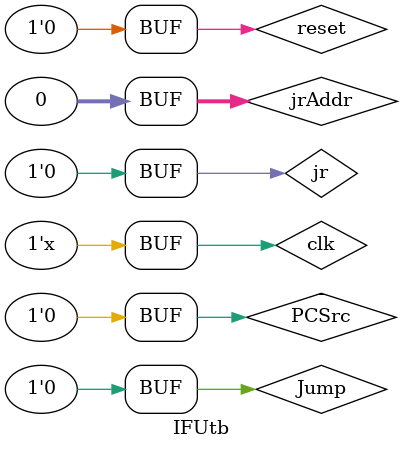
<source format=v>
`timescale 1ns / 1ps


module IFUtb;

	// Inputs
	reg reset;
	reg clk;
	reg PCSrc;
	reg Jump;
	reg jr;
	reg [31:0] jrAddr;

	// Outputs
	wire [31:0] PC;
	wire [31:0] instr;

	// Instantiate the Unit Under Test (UUT)
	IFU uut (
		.reset(reset), 
		.clk(clk), 
		.PCSrc(PCSrc), 
		.Jump(Jump), 
		.jr(jr), 
		.jrAddr(jrAddr), 
		.PC(PC), 
		.instr(instr)
	);

	initial begin
		// Initialize Inputs
		reset = 0;
		clk = 0;
		PCSrc = 0;
		Jump = 0;
		jr = 0;
		jrAddr = 0;

		// Wait 100 ns for global reset to finish
		#100;
		// Add stimulus here
	end
      always #5 clk=~clk;
endmodule


</source>
